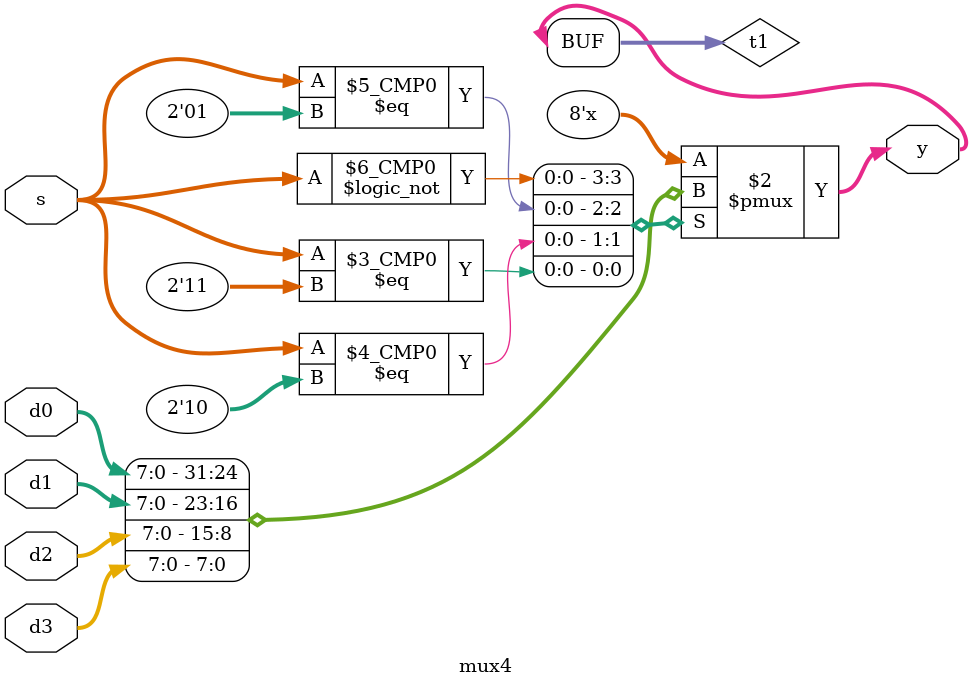
<source format=v>
`timescale 1ns / 1ps
module mux4(d0, d1, d2, d3, s, y);
    input [7:0] d0;
    input [7:0] d1;
    input [7:0] d2;
    input [7:0] d3;
    input [1:0] s;
    output [7:0] y;
	 reg [7:0] t1;
always @(s or d0 or d1 or d2 or d3)
begin
case (s)
2'b00: t1 = d0;
2'b01: t1 = d1;
2'b10: t1 = d2;
2'b11: t1 = d3;
endcase
end
assign y = t1;
endmodule

</source>
